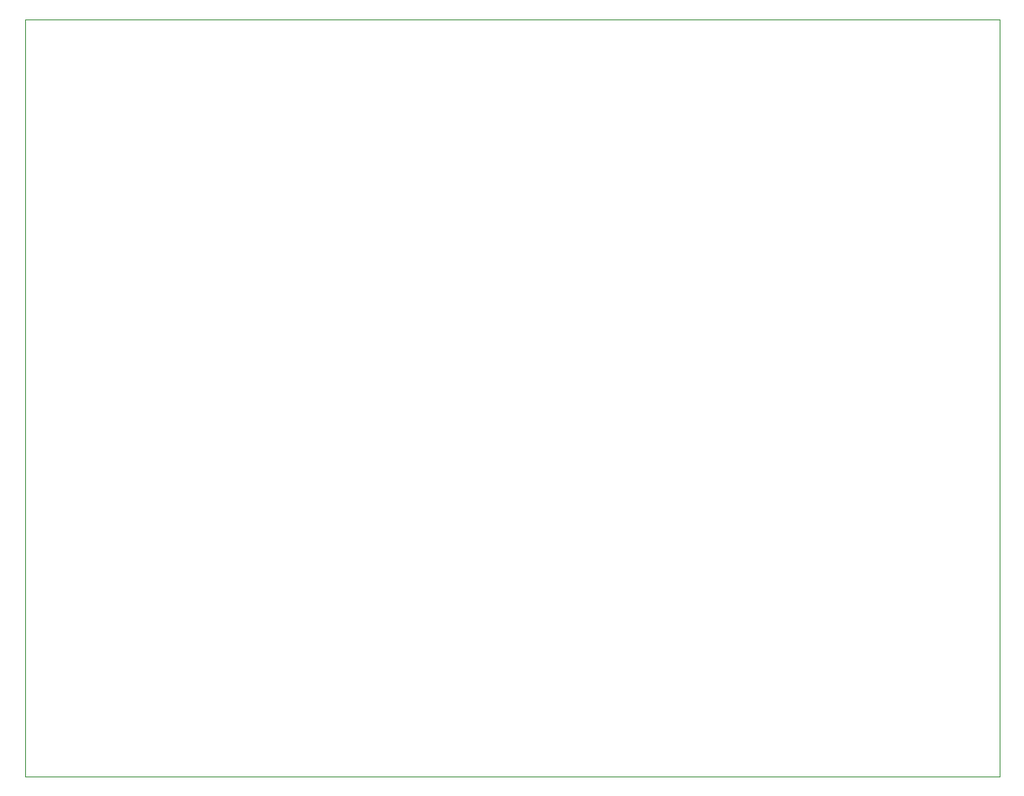
<source format=gbr>
G04 #@! TF.GenerationSoftware,KiCad,Pcbnew,(5.1.5)-3*
G04 #@! TF.CreationDate,2020-03-25T20:54:11+01:00*
G04 #@! TF.ProjectId,FunctiongeneratorMK3Frequency,46756e63-7469-46f6-9e67-656e65726174,rev?*
G04 #@! TF.SameCoordinates,Original*
G04 #@! TF.FileFunction,Profile,NP*
%FSLAX46Y46*%
G04 Gerber Fmt 4.6, Leading zero omitted, Abs format (unit mm)*
G04 Created by KiCad (PCBNEW (5.1.5)-3) date 2020-03-25 20:54:11*
%MOMM*%
%LPD*%
G04 APERTURE LIST*
%ADD10C,0.100000*%
G04 APERTURE END LIST*
D10*
X221234000Y-56134000D02*
X221234000Y-135128000D01*
X119634000Y-56134000D02*
X221234000Y-56134000D01*
X119634000Y-135128000D02*
X119634000Y-56134000D01*
X221234000Y-135128000D02*
X119634000Y-135128000D01*
M02*

</source>
